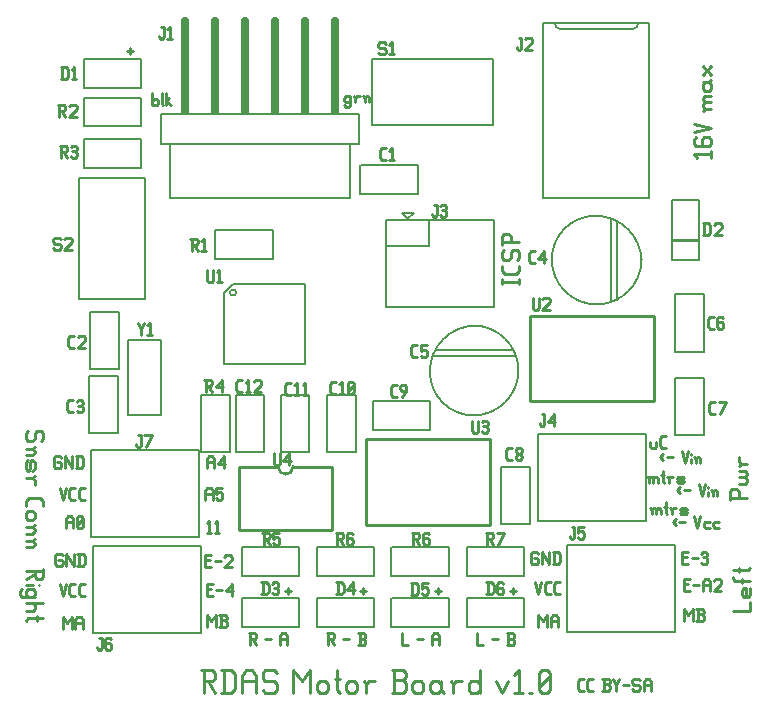
<source format=gbr>
G04 start of page 13 for group -4079 idx -4079 *
G04 Title: (unknown), topsilk *
G04 Creator: pcb 20140316 *
G04 CreationDate: Wed Jul  8 14:59:58 2015 UTC *
G04 For: frankenteddy *
G04 Format: Gerber/RS-274X *
G04 PCB-Dimensions (mil): 3270.00 2515.00 *
G04 PCB-Coordinate-Origin: lower left *
%MOIN*%
%FSLAX25Y25*%
%LNTOPSILK*%
%ADD74C,0.0250*%
%ADD73C,0.0080*%
%ADD72C,0.0100*%
%ADD71C,0.0060*%
G54D71*X177100Y163100D02*Y171500D01*
X177000Y171600D01*
X162800Y163100D02*X177100D01*
X168100Y174100D02*X172000D01*
Y174000D01*
X169900Y171900D01*
Y172400D01*
X168200Y174100D01*
G54D72*X84800Y214010D02*Y210050D01*
Y210545D02*X85295Y210050D01*
X86285D01*
X86780Y210545D01*
Y211535D02*Y210545D01*
X86285Y212030D02*X86780Y211535D01*
X85295Y212030D02*X86285D01*
X84800Y211535D02*X85295Y212030D01*
X87968Y214010D02*Y210545D01*
X88463Y210050D01*
X89453Y214010D02*Y210050D01*
Y211535D02*X90938Y210050D01*
X89453Y211535D02*X90443Y212525D01*
X150385Y212930D02*X150880Y212435D01*
X149395Y212930D02*X150385D01*
X148900Y212435D02*X149395Y212930D01*
X148900Y212435D02*Y211445D01*
X149395Y210950D01*
X150385D01*
X150880Y211445D01*
X148900Y209960D02*X149395Y209465D01*
X150385D01*
X150880Y209960D01*
Y212930D02*Y209960D01*
X152563Y212435D02*Y210950D01*
Y212435D02*X153058Y212930D01*
X154048D01*
X152068D02*X152563Y212435D01*
X155731D02*Y210950D01*
Y212435D02*X156226Y212930D01*
X156721D01*
X157216Y212435D01*
Y210950D01*
X155236Y212930D02*X155731Y212435D01*
X76500Y228030D02*X78480D01*
X77490Y229020D02*Y227040D01*
X266574Y192500D02*X265430Y193644D01*
X271150D01*
Y194645D02*Y192500D01*
X265430Y198506D02*X266145Y199221D01*
X265430Y198506D02*Y197076D01*
X266145Y196361D02*X265430Y197076D01*
X266145Y196361D02*X270435D01*
X271150Y197076D01*
X268004Y198506D02*X268719Y199221D01*
X268004Y198506D02*Y196361D01*
X271150Y198506D02*Y197076D01*
Y198506D02*X270435Y199221D01*
X268719D02*X270435D01*
X265430Y200937D02*X271150Y202367D01*
X265430Y203797D01*
X269005Y208802D02*X271150D01*
X269005D02*X268290Y209517D01*
Y210232D02*Y209517D01*
Y210232D02*X269005Y210947D01*
X271150D01*
X269005D02*X268290Y211662D01*
Y212377D02*Y211662D01*
Y212377D02*X269005Y213092D01*
X271150D01*
X268290Y208087D02*X269005Y208802D01*
X268290Y216953D02*X269005Y217668D01*
X268290Y216953D02*Y215523D01*
X269005Y214808D02*X268290Y215523D01*
X269005Y214808D02*X270435D01*
X271150Y215523D01*
X268290Y217668D02*X270435D01*
X271150Y218383D01*
Y216953D02*Y215523D01*
Y216953D02*X270435Y217668D01*
X268290Y220099D02*X271150Y222959D01*
Y220099D02*X268290Y222959D01*
X250900Y97630D02*Y96145D01*
X251395Y95650D01*
X252385D01*
X252880Y96145D01*
Y97630D02*Y96145D01*
X254761Y95650D02*X256048D01*
X254068Y96343D02*X254761Y95650D01*
X254068Y98917D02*Y96343D01*
Y98917D02*X254761Y99610D01*
X256048D01*
X250395Y85635D02*Y84150D01*
Y85635D02*X250890Y86130D01*
X251385D01*
X251880Y85635D01*
Y84150D01*
Y85635D02*X252375Y86130D01*
X252870D01*
X253365Y85635D01*
Y84150D01*
X249900Y86130D02*X250395Y85635D01*
X255048Y88110D02*Y84645D01*
X255543Y84150D01*
X254553Y86625D02*X255543D01*
X257028Y85635D02*Y84150D01*
Y85635D02*X257523Y86130D01*
X258513D01*
X256533D02*X257028Y85635D01*
X260196Y84150D02*X261681D01*
X262176Y84645D01*
X261681Y85140D02*X262176Y84645D01*
X260196Y85140D02*X261681D01*
X259701Y85635D02*X260196Y85140D01*
X259701Y85635D02*X260196Y86130D01*
X261681D01*
X262176Y85635D01*
X259701Y84645D02*X260196Y84150D01*
X251395Y75135D02*Y73650D01*
Y75135D02*X251890Y75630D01*
X252385D01*
X252880Y75135D01*
Y73650D01*
Y75135D02*X253375Y75630D01*
X253870D01*
X254365Y75135D01*
Y73650D01*
X250900Y75630D02*X251395Y75135D01*
X256048Y77610D02*Y74145D01*
X256543Y73650D01*
X255553Y76125D02*X256543D01*
X258028Y75135D02*Y73650D01*
Y75135D02*X258523Y75630D01*
X259513D01*
X257533D02*X258028Y75135D01*
X261196Y73650D02*X262681D01*
X263176Y74145D01*
X262681Y74640D02*X263176Y74145D01*
X261196Y74640D02*X262681D01*
X260701Y75135D02*X261196Y74640D01*
X260701Y75135D02*X261196Y75630D01*
X262681D01*
X263176Y75135D01*
X260701Y74145D02*X261196Y73650D01*
X259900Y81630D02*X260890Y82620D01*
X259900Y81630D02*X260890Y80640D01*
X262078Y81630D02*X264058D01*
X267028Y83610D02*X268018Y79650D01*
X269008Y83610D01*
X270196Y82620D02*Y82521D01*
Y81135D02*Y79650D01*
X271681Y81135D02*Y79650D01*
Y81135D02*X272176Y81630D01*
X272671D01*
X273166Y81135D01*
Y79650D01*
X271186Y81630D02*X271681Y81135D01*
X254182Y92630D02*X255172Y93620D01*
X254182Y92630D02*X255172Y91640D01*
X256360Y92630D02*X258340D01*
X261310Y94610D02*X262300Y90650D01*
X263290Y94610D01*
X264478Y93620D02*Y93521D01*
Y92135D02*Y90650D01*
X265963Y92135D02*Y90650D01*
Y92135D02*X266458Y92630D01*
X266953D01*
X267448Y92135D01*
Y90650D01*
X265468Y92630D02*X265963Y92135D01*
X277430Y79215D02*X283150D01*
X277430Y81360D02*Y78500D01*
Y81360D02*X278145Y82075D01*
X279575D01*
X280290Y81360D02*X279575Y82075D01*
X280290Y81360D02*Y79215D01*
Y83791D02*X282435D01*
X283150Y84506D01*
Y85221D02*Y84506D01*
Y85221D02*X282435Y85936D01*
X280290D02*X282435D01*
X283150Y86651D01*
Y87366D02*Y86651D01*
Y87366D02*X282435Y88081D01*
X280290D02*X282435D01*
X281005Y90512D02*X283150D01*
X281005D02*X280290Y91227D01*
Y92657D02*Y91227D01*
Y89797D02*X281005Y90512D01*
X258400Y71130D02*X259390Y72120D01*
X258400Y71130D02*X259390Y70140D01*
X260578Y71130D02*X262558D01*
X265528Y73110D02*X266518Y69150D01*
X267508Y73110D01*
X269191Y71130D02*X270676D01*
X268696Y70635D02*X269191Y71130D01*
X268696Y70635D02*Y69645D01*
X269191Y69150D01*
X270676D01*
X272359Y71130D02*X273844D01*
X271864Y70635D02*X272359Y71130D01*
X271864Y70635D02*Y69645D01*
X272359Y69150D01*
X273844D01*
X262000Y42010D02*Y38050D01*
Y42010D02*X263485Y40030D01*
X264970Y42010D01*
Y38050D01*
X266158D02*X268138D01*
X268633Y38545D01*
Y39733D02*Y38545D01*
X268138Y40228D02*X268633Y39733D01*
X266653Y40228D02*X268138D01*
X266653Y42010D02*Y38050D01*
X266158Y42010D02*X268138D01*
X268633Y41515D01*
Y40723D01*
X268138Y40228D02*X268633Y40723D01*
X278430Y41500D02*X284150D01*
Y44360D02*Y41500D01*
Y48936D02*Y46791D01*
X283435Y46076D02*X284150Y46791D01*
X282005Y46076D02*X283435D01*
X282005D02*X281290Y46791D01*
Y48221D02*Y46791D01*
Y48221D02*X282005Y48936D01*
X282720D02*Y46076D01*
X282005Y48936D02*X282720D01*
X279145Y51367D02*X284150D01*
X279145D02*X278430Y52082D01*
Y52797D02*Y52082D01*
X281290D02*Y50652D01*
X278430Y54942D02*X283435D01*
X284150Y55657D01*
X280575D02*Y54227D01*
X262000Y50228D02*X263485D01*
X262000Y48050D02*X263980D01*
X262000Y52010D02*Y48050D01*
Y52010D02*X263980D01*
X265168Y50030D02*X267148D01*
X268336Y51020D02*Y48050D01*
Y51020D02*X269029Y52010D01*
X270118D01*
X270811Y51020D01*
Y48050D01*
X268336Y50030D02*X270811D01*
X271999Y51515D02*X272494Y52010D01*
X273979D01*
X274474Y51515D01*
Y50525D01*
X271999Y48050D02*X274474Y50525D01*
X271999Y48050D02*X274474D01*
X212500Y51010D02*X213490Y47050D01*
X214480Y51010D01*
X216361Y47050D02*X217648D01*
X215668Y47743D02*X216361Y47050D01*
X215668Y50317D02*Y47743D01*
Y50317D02*X216361Y51010D01*
X217648D01*
X219529Y47050D02*X220816D01*
X218836Y47743D02*X219529Y47050D01*
X218836Y50317D02*Y47743D01*
Y50317D02*X219529Y51010D01*
X220816D01*
X227300Y14800D02*X228600D01*
X226600Y15500D02*X227300Y14800D01*
X226600Y18100D02*Y15500D01*
Y18100D02*X227300Y18800D01*
X228600D01*
X230500Y14800D02*X231800D01*
X229800Y15500D02*X230500Y14800D01*
X229800Y18100D02*Y15500D01*
Y18100D02*X230500Y18800D01*
X231800D01*
X234800Y14800D02*X236800D01*
X237300Y15300D01*
Y16500D02*Y15300D01*
X236800Y17000D02*X237300Y16500D01*
X235300Y17000D02*X236800D01*
X235300Y18800D02*Y14800D01*
X234800Y18800D02*X236800D01*
X237300Y18300D01*
Y17500D01*
X236800Y17000D02*X237300Y17500D01*
X238500Y18800D02*X239500Y16800D01*
X240500Y18800D01*
X239500Y16800D02*Y14800D01*
X241700Y16800D02*X243700D01*
X246900Y18800D02*X247400Y18300D01*
X245400Y18800D02*X246900D01*
X244900Y18300D02*X245400Y18800D01*
X244900Y18300D02*Y17300D01*
X245400Y16800D01*
X246900D01*
X247400Y16300D01*
Y15300D01*
X246900Y14800D02*X247400Y15300D01*
X245400Y14800D02*X246900D01*
X244900Y15300D02*X245400Y14800D01*
X248600Y17800D02*Y14800D01*
Y17800D02*X249300Y18800D01*
X250400D01*
X251100Y17800D01*
Y14800D01*
X248600Y16800D02*X251100D01*
X261500Y59228D02*X262985D01*
X261500Y57050D02*X263480D01*
X261500Y61010D02*Y57050D01*
Y61010D02*X263480D01*
X264668Y59030D02*X266648D01*
X267836Y60515D02*X268331Y61010D01*
X269321D01*
X269816Y60515D01*
X269321Y57050D02*X269816Y57545D01*
X268331Y57050D02*X269321D01*
X267836Y57545D02*X268331Y57050D01*
Y59228D02*X269321D01*
X269816Y60515D02*Y59723D01*
Y58733D02*Y57545D01*
Y58733D02*X269321Y59228D01*
X269816Y59723D02*X269321Y59228D01*
X212980Y61010D02*X213475Y60515D01*
X211495Y61010D02*X212980D01*
X211000Y60515D02*X211495Y61010D01*
X211000Y60515D02*Y57545D01*
X211495Y57050D01*
X212980D01*
X213475Y57545D01*
Y58535D02*Y57545D01*
X212980Y59030D02*X213475Y58535D01*
X211990Y59030D02*X212980D01*
X214663Y61010D02*Y57050D01*
Y61010D02*X217138Y57050D01*
Y61010D02*Y57050D01*
X218821Y61010D02*Y57050D01*
X220108Y61010D02*X220801Y60317D01*
Y57743D01*
X220108Y57050D02*X220801Y57743D01*
X218326Y57050D02*X220108D01*
X218326Y61010D02*X220108D01*
X179050Y47980D02*X181030D01*
X180040Y48970D02*Y46990D01*
X204050Y47980D02*X206030D01*
X205040Y48970D02*Y46990D01*
X168050Y33960D02*Y30000D01*
X170030D01*
X173000Y31980D02*X174980D01*
X177950Y32970D02*Y30000D01*
Y32970D02*X178643Y33960D01*
X179732D01*
X180425Y32970D01*
Y30000D01*
X177950Y31980D02*X180425D01*
X193050Y33960D02*Y30000D01*
X195030D01*
X198000Y31980D02*X199980D01*
X202950Y30000D02*X204930D01*
X205425Y30495D01*
Y31683D02*Y30495D01*
X204930Y32178D02*X205425Y31683D01*
X203445Y32178D02*X204930D01*
X203445Y33960D02*Y30000D01*
X202950Y33960D02*X204930D01*
X205425Y33465D01*
Y32673D01*
X204930Y32178D02*X205425Y32673D01*
X213500Y40010D02*Y36050D01*
Y40010D02*X214985Y38030D01*
X216470Y40010D01*
Y36050D01*
X217658Y39020D02*Y36050D01*
Y39020D02*X218351Y40010D01*
X219440D01*
X220133Y39020D01*
Y36050D01*
X217658Y38030D02*X220133D01*
X201430Y151930D02*Y150500D01*
Y151215D02*X207150D01*
Y151930D02*Y150500D01*
Y156506D02*Y154647D01*
X206149Y153646D02*X207150Y154647D01*
X202431Y153646D02*X206149D01*
X202431D02*X201430Y154647D01*
Y156506D02*Y154647D01*
Y161082D02*X202145Y161797D01*
X201430Y161082D02*Y158937D01*
X202145Y158222D02*X201430Y158937D01*
X202145Y158222D02*X203575D01*
X204290Y158937D01*
Y161082D02*Y158937D01*
Y161082D02*X205005Y161797D01*
X206435D01*
X207150Y161082D02*X206435Y161797D01*
X207150Y161082D02*Y158937D01*
X206435Y158222D02*X207150Y158937D01*
X201430Y164228D02*X207150D01*
X201430Y166373D02*Y163513D01*
Y166373D02*X202145Y167088D01*
X203575D01*
X204290Y166373D02*X203575Y167088D01*
X204290Y166373D02*Y164228D01*
X103000Y70718D02*X103792Y71510D01*
Y67550D01*
X103000D02*X104485D01*
X105673Y70718D02*X106465Y71510D01*
Y67550D01*
X105673D02*X107158D01*
X102500Y81520D02*Y78550D01*
Y81520D02*X103193Y82510D01*
X104282D01*
X104975Y81520D01*
Y78550D01*
X102500Y80530D02*X104975D01*
X106163Y82510D02*X108143D01*
X106163D02*Y80530D01*
X106658Y81025D01*
X107648D01*
X108143Y80530D01*
Y79045D01*
X107648Y78550D02*X108143Y79045D01*
X106658Y78550D02*X107648D01*
X106163Y79045D02*X106658Y78550D01*
X53980Y93010D02*X54475Y92515D01*
X52495Y93010D02*X53980D01*
X52000Y92515D02*X52495Y93010D01*
X52000Y92515D02*Y89545D01*
X52495Y89050D01*
X53980D01*
X54475Y89545D01*
Y90535D02*Y89545D01*
X53980Y91030D02*X54475Y90535D01*
X52990Y91030D02*X53980D01*
X55663Y93010D02*Y89050D01*
Y93010D02*X58138Y89050D01*
Y93010D02*Y89050D01*
X59821Y93010D02*Y89050D01*
X61108Y93010D02*X61801Y92317D01*
Y89743D01*
X61108Y89050D02*X61801Y89743D01*
X59326Y89050D02*X61108D01*
X59326Y93010D02*X61108D01*
X103000Y92020D02*Y89050D01*
Y92020D02*X103693Y93010D01*
X104782D01*
X105475Y92020D01*
Y89050D01*
X103000Y91030D02*X105475D01*
X106663Y90535D02*X108643Y93010D01*
X106663Y90535D02*X109138D01*
X108643Y93010D02*Y89050D01*
X54000Y82510D02*X54990Y78550D01*
X55980Y82510D01*
X57861Y78550D02*X59148D01*
X57168Y79243D02*X57861Y78550D01*
X57168Y81817D02*Y79243D01*
Y81817D02*X57861Y82510D01*
X59148D01*
X61029Y78550D02*X62316D01*
X60336Y79243D02*X61029Y78550D01*
X60336Y81817D02*Y79243D01*
Y81817D02*X61029Y82510D01*
X62316D01*
X56000Y72020D02*Y69050D01*
Y72020D02*X56693Y73010D01*
X57782D01*
X58475Y72020D01*
Y69050D01*
X56000Y71030D02*X58475D01*
X59663Y69545D02*X60158Y69050D01*
X59663Y72515D02*Y69545D01*
Y72515D02*X60158Y73010D01*
X61148D01*
X61643Y72515D01*
Y69545D01*
X61148Y69050D02*X61643Y69545D01*
X60158Y69050D02*X61148D01*
X59663Y70040D02*X61643Y72020D01*
X54000Y50510D02*X54990Y46550D01*
X55980Y50510D01*
X57861Y46550D02*X59148D01*
X57168Y47243D02*X57861Y46550D01*
X57168Y49817D02*Y47243D01*
Y49817D02*X57861Y50510D01*
X59148D01*
X61029Y46550D02*X62316D01*
X60336Y47243D02*X61029Y46550D01*
X60336Y49817D02*Y47243D01*
Y49817D02*X61029Y50510D01*
X62316D01*
X54480Y60510D02*X54975Y60015D01*
X52995Y60510D02*X54480D01*
X52500Y60015D02*X52995Y60510D01*
X52500Y60015D02*Y57045D01*
X52995Y56550D01*
X54480D01*
X54975Y57045D01*
Y58035D02*Y57045D01*
X54480Y58530D02*X54975Y58035D01*
X53490Y58530D02*X54480D01*
X56163Y60510D02*Y56550D01*
Y60510D02*X58638Y56550D01*
Y60510D02*Y56550D01*
X60321Y60510D02*Y56550D01*
X61608Y60510D02*X62301Y59817D01*
Y57243D01*
X61608Y56550D02*X62301Y57243D01*
X59826Y56550D02*X61608D01*
X59826Y60510D02*X61608D01*
X55000Y39510D02*Y35550D01*
Y39510D02*X56485Y37530D01*
X57970Y39510D01*
Y35550D01*
X59158Y38520D02*Y35550D01*
Y38520D02*X59851Y39510D01*
X60940D01*
X61633Y38520D01*
Y35550D01*
X59158Y37530D02*X61633D01*
X103000Y40010D02*Y36050D01*
Y40010D02*X104485Y38030D01*
X105970Y40010D01*
Y36050D01*
X107158D02*X109138D01*
X109633Y36545D01*
Y37733D02*Y36545D01*
X109138Y38228D02*X109633Y37733D01*
X107653Y38228D02*X109138D01*
X107653Y40010D02*Y36050D01*
X107158Y40010D02*X109138D01*
X109633Y39515D01*
Y38723D01*
X109138Y38228D02*X109633Y38723D01*
X103000Y48728D02*X104485D01*
X103000Y46550D02*X104980D01*
X103000Y50510D02*Y46550D01*
Y50510D02*X104980D01*
X106168Y48530D02*X108148D01*
X109336Y48035D02*X111316Y50510D01*
X109336Y48035D02*X111811D01*
X111316Y50510D02*Y46550D01*
X102500Y58228D02*X103985D01*
X102500Y56050D02*X104480D01*
X102500Y60010D02*Y56050D01*
Y60010D02*X104480D01*
X105668Y58030D02*X107648D01*
X108836Y59515D02*X109331Y60010D01*
X110816D01*
X111311Y59515D01*
Y58525D01*
X108836Y56050D02*X111311Y58525D01*
X108836Y56050D02*X111311D01*
X117050Y33960D02*X119030D01*
X119525Y33465D01*
Y32475D01*
X119030Y31980D02*X119525Y32475D01*
X117545Y31980D02*X119030D01*
X117545Y33960D02*Y30000D01*
X118337Y31980D02*X119525Y30000D01*
X122495Y31980D02*X124475D01*
X127445Y32970D02*Y30000D01*
Y32970D02*X128138Y33960D01*
X129227D01*
X129920Y32970D01*
Y30000D01*
X127445Y31980D02*X129920D01*
X129050Y47980D02*X131030D01*
X130040Y48970D02*Y46990D01*
X154050Y47980D02*X156030D01*
X155040Y48970D02*Y46990D01*
X143050Y33960D02*X145030D01*
X145525Y33465D01*
Y32475D01*
X145030Y31980D02*X145525Y32475D01*
X143545Y31980D02*X145030D01*
X143545Y33960D02*Y30000D01*
X144337Y31980D02*X145525Y30000D01*
X148495Y31980D02*X150475D01*
X153445Y30000D02*X155425D01*
X155920Y30495D01*
Y31683D02*Y30495D01*
X155425Y32178D02*X155920Y31683D01*
X153940Y32178D02*X155425D01*
X153940Y33960D02*Y30000D01*
X153445Y33960D02*X155425D01*
X155920Y33465D01*
Y32673D01*
X155425Y32178D02*X155920Y32673D01*
X101000Y21640D02*X104720D01*
X105650Y20710D01*
Y18850D01*
X104720Y17920D02*X105650Y18850D01*
X101930Y17920D02*X104720D01*
X101930Y21640D02*Y14200D01*
X103418Y17920D02*X105650Y14200D01*
X108812Y21640D02*Y14200D01*
X111230Y21640D02*X112532Y20338D01*
Y15502D01*
X111230Y14200D02*X112532Y15502D01*
X107882Y14200D02*X111230D01*
X107882Y21640D02*X111230D01*
X114764Y19780D02*Y14200D01*
Y19780D02*X116066Y21640D01*
X118112D01*
X119414Y19780D01*
Y14200D01*
X114764Y17920D02*X119414D01*
X125366Y21640D02*X126296Y20710D01*
X122576Y21640D02*X125366D01*
X121646Y20710D02*X122576Y21640D01*
X121646Y20710D02*Y18850D01*
X122576Y17920D01*
X125366D01*
X126296Y16990D01*
Y15130D01*
X125366Y14200D02*X126296Y15130D01*
X122576Y14200D02*X125366D01*
X121646Y15130D02*X122576Y14200D01*
X131876Y21640D02*Y14200D01*
Y21640D02*X134666Y17920D01*
X137456Y21640D01*
Y14200D01*
X139688Y16990D02*Y15130D01*
Y16990D02*X140618Y17920D01*
X142478D01*
X143408Y16990D01*
Y15130D01*
X142478Y14200D02*X143408Y15130D01*
X140618Y14200D02*X142478D01*
X139688Y15130D02*X140618Y14200D01*
X146570Y21640D02*Y15130D01*
X147500Y14200D01*
X145640Y18850D02*X147500D01*
X149360Y16990D02*Y15130D01*
Y16990D02*X150290Y17920D01*
X152150D01*
X153080Y16990D01*
Y15130D01*
X152150Y14200D02*X153080Y15130D01*
X150290Y14200D02*X152150D01*
X149360Y15130D02*X150290Y14200D01*
X156242Y16990D02*Y14200D01*
Y16990D02*X157172Y17920D01*
X159032D01*
X155312D02*X156242Y16990D01*
X164612Y14200D02*X168332D01*
X169262Y15130D01*
Y17362D02*Y15130D01*
X168332Y18292D02*X169262Y17362D01*
X165542Y18292D02*X168332D01*
X165542Y21640D02*Y14200D01*
X164612Y21640D02*X168332D01*
X169262Y20710D01*
Y19222D01*
X168332Y18292D02*X169262Y19222D01*
X171494Y16990D02*Y15130D01*
Y16990D02*X172424Y17920D01*
X174284D01*
X175214Y16990D01*
Y15130D01*
X174284Y14200D02*X175214Y15130D01*
X172424Y14200D02*X174284D01*
X171494Y15130D02*X172424Y14200D01*
X180236Y17920D02*X181166Y16990D01*
X178376Y17920D02*X180236D01*
X177446Y16990D02*X178376Y17920D01*
X177446Y16990D02*Y15130D01*
X178376Y14200D01*
X181166Y17920D02*Y15130D01*
X182096Y14200D01*
X178376D02*X180236D01*
X181166Y15130D01*
X185258Y16990D02*Y14200D01*
Y16990D02*X186188Y17920D01*
X188048D01*
X184328D02*X185258Y16990D01*
X194000Y21640D02*Y14200D01*
X193070D02*X194000Y15130D01*
X191210Y14200D02*X193070D01*
X190280Y15130D02*X191210Y14200D01*
X190280Y16990D02*Y15130D01*
Y16990D02*X191210Y17920D01*
X193070D01*
X194000Y16990D01*
X199580Y17920D02*X201440Y14200D01*
X203300Y17920D02*X201440Y14200D01*
X205532Y20152D02*X207020Y21640D01*
Y14200D01*
X205532D02*X208322D01*
X210554D02*X211484D01*
X213716Y15130D02*X214646Y14200D01*
X213716Y20710D02*Y15130D01*
Y20710D02*X214646Y21640D01*
X216506D01*
X217436Y20710D01*
Y15130D01*
X216506Y14200D02*X217436Y15130D01*
X214646Y14200D02*X216506D01*
X213716Y16060D02*X217436Y19780D01*
X48570Y55500D02*Y52640D01*
X47855Y51925D01*
X46425D02*X47855D01*
X45710Y52640D02*X46425Y51925D01*
X45710Y54785D02*Y52640D01*
X42850Y54785D02*X48570D01*
X45710Y53641D02*X42850Y51925D01*
X46997Y50209D02*X47140D01*
X42850D02*X44995D01*
X45710Y46634D02*X44995Y45919D01*
X45710Y48064D02*Y46634D01*
X44995Y48779D02*X45710Y48064D01*
X43565Y48779D02*X44995D01*
X43565D02*X42850Y48064D01*
Y46634D01*
X43565Y45919D01*
X41420Y48779D02*X40705Y48064D01*
Y46634D01*
X41420Y45919D01*
X45710D01*
X42850Y44203D02*X48570D01*
X44995D02*X45710Y43488D01*
Y42058D01*
X44995Y41343D01*
X42850D02*X44995D01*
X43565Y38912D02*X48570D01*
X43565D02*X42850Y38197D01*
X46425Y39627D02*Y38197D01*
X48488Y98640D02*X47773Y97925D01*
X48488Y100785D02*Y98640D01*
X47773Y101500D02*X48488Y100785D01*
X46343Y101500D02*X47773D01*
X46343D02*X45628Y100785D01*
Y98640D01*
X44913Y97925D01*
X43483D02*X44913D01*
X42768Y98640D02*X43483Y97925D01*
X42768Y100785D02*Y98640D01*
X43483Y101500D02*X42768Y100785D01*
Y95494D02*X44913D01*
X45628Y94779D01*
Y94064D01*
X44913Y93349D01*
X42768D02*X44913D01*
X45628Y96209D02*X44913Y95494D01*
X42768Y90918D02*Y88773D01*
X43483Y88058D01*
X44198Y88773D02*X43483Y88058D01*
X44198Y90918D02*Y88773D01*
X44913Y91633D02*X44198Y90918D01*
X44913Y91633D02*X45628Y90918D01*
Y88773D01*
X44913Y88058D01*
X43483Y91633D02*X42768Y90918D01*
Y85627D02*X44913D01*
X45628Y84912D01*
Y83482D01*
Y86342D02*X44913Y85627D01*
X42768Y78191D02*Y76332D01*
X43769Y79192D02*X42768Y78191D01*
X43769Y79192D02*X47487D01*
X48488Y78191D01*
Y76332D01*
X43483Y74616D02*X44913D01*
X45628Y73901D01*
Y72471D01*
X44913Y71756D01*
X43483D02*X44913D01*
X42768Y72471D02*X43483Y71756D01*
X42768Y73901D02*Y72471D01*
X43483Y74616D02*X42768Y73901D01*
Y69325D02*X44913D01*
X45628Y68610D01*
Y67895D01*
X44913Y67180D01*
X42768D02*X44913D01*
X45628Y70040D02*X44913Y69325D01*
X42768Y64749D02*X44913D01*
X45628Y64034D01*
Y63319D01*
X44913Y62604D01*
X42768D02*X44913D01*
X45628Y65464D02*X44913Y64749D01*
G54D71*X258072Y178450D02*Y158371D01*
X267127Y178450D02*Y158371D01*
X258072Y178450D02*X267127D01*
X258072Y164670D02*X267127D01*
X258072Y165064D02*X267127D01*
X258072Y158371D02*X267127D01*
X215012Y179119D02*X250445D01*
Y237386D02*Y179119D01*
X215012Y237386D02*X250445D01*
X215012D02*Y179119D01*
X220917Y235418D02*X244933D01*
Y235417D02*G75*G03X246902Y237386I0J1969D01*G01*
X218948D02*G75*G03X220917Y235417I1969J0D01*G01*
G54D73*X259050Y146950D02*Y127950D01*
Y146950D02*X268650D01*
Y127850D01*
X259050D02*X268650D01*
G54D71*X198393Y225304D02*Y203257D01*
X158235Y225304D02*X198393D01*
X158235D02*Y203257D01*
X198393D01*
G54D72*X210600Y111300D02*X252000D01*
Y139800D02*Y111300D01*
X210600Y139800D02*X252000D01*
X210600D02*Y111300D01*
G54D71*X237691Y172346D02*Y144393D01*
X239660Y171165D02*Y145181D01*
X218006Y158567D02*G75*G03X232967Y143606I14961J0D01*G01*
G75*G03X247928Y158567I0J14961D01*G01*
X247927Y157779D02*G75*G03X232573Y173133I-15354J0D01*G01*
Y173134D02*G75*G03X218006Y158567I0J-14567D01*G01*
X162700Y171600D02*Y142600D01*
Y171600D02*X198700D01*
Y142600D01*
X162700D02*X198700D01*
X87700Y207200D02*Y197200D01*
X90700D02*Y179200D01*
X150700D01*
X87700Y197200D02*X153700D01*
X87700Y207200D02*X153700D01*
G54D74*X95700Y208200D02*Y238200D01*
X105700Y208200D02*Y238200D01*
X115700Y208200D02*Y238200D01*
X125700Y208200D02*Y238200D01*
X135700Y208200D02*Y238200D01*
X145700Y208200D02*Y238200D01*
G54D71*X153700Y207200D02*Y197200D01*
X150700D02*Y179200D01*
G54D73*X105850Y158750D02*X124850D01*
X105850Y168350D02*Y158750D01*
Y168350D02*X124950D01*
Y158750D01*
X111771Y150429D02*X135629D01*
Y123671D01*
X108871D01*
Y147529D01*
X111771Y150429D01*
X110771Y147529D02*G75*G03X110771Y147529I1000J0D01*G01*
X154350Y190150D02*X173350D01*
Y180550D01*
X154250D02*X173350D01*
X154250Y190150D02*Y180550D01*
G54D71*X64500Y95000D02*Y66000D01*
Y95000D02*X100500D01*
Y66000D01*
X64500D02*X100500D01*
X65000Y63000D02*Y34000D01*
Y63000D02*X101000D01*
Y34000D01*
X65000D02*X101000D01*
X60496Y185693D02*X82543D01*
X60496D02*Y145535D01*
X82543D01*
Y185693D02*Y145535D01*
G54D73*X62250Y198750D02*X81250D01*
Y189150D01*
X62150D02*X81250D01*
X62150Y198750D02*Y189150D01*
X63800Y119700D02*Y100700D01*
Y119700D02*X73400D01*
Y100600D01*
X63800D02*X73400D01*
X64200Y141000D02*Y122000D01*
Y141000D02*X73800D01*
Y121900D01*
X64200D02*X73800D01*
G54D71*X76832Y131755D02*Y106558D01*
Y131755D02*X87856D01*
Y106558D01*
X76832D02*X87856D01*
G54D73*X62050Y225450D02*X81050D01*
Y215850D01*
X61950D02*X81050D01*
X61950Y225450D02*Y215850D01*
X62100Y212500D02*X81100D01*
Y202900D01*
X62000D02*X81100D01*
X62000Y212500D02*Y202900D01*
X259050Y119150D02*Y100150D01*
Y119150D02*X268650D01*
Y100050D01*
X259050D02*X268650D01*
G54D71*X249500Y100500D02*Y71500D01*
X213500D02*X249500D01*
X213500Y100500D02*Y71500D01*
Y100500D02*X249500D01*
X223000Y63500D02*Y34500D01*
Y63500D02*X259000D01*
Y34500D01*
X223000D02*X259000D01*
G54D73*X189800Y45700D02*X208800D01*
Y36100D01*
X189700D02*X208800D01*
X189700Y45700D02*Y36100D01*
G54D71*X178154Y126291D02*X206107D01*
X179335Y128260D02*X205319D01*
X191933Y106606D02*G75*G03X206894Y121567I0J14961D01*G01*
G75*G03X191933Y136528I-14961J0D01*G01*
X192721Y136527D02*G75*G03X177367Y121173I0J-15354D01*G01*
X177366D02*G75*G03X191933Y106606I14567J0D01*G01*
G54D73*X164600Y62700D02*X183600D01*
Y53100D01*
X164500D02*X183600D01*
X164500Y62700D02*Y53100D01*
X189750Y62750D02*X208750D01*
Y53150D01*
X189650D02*X208750D01*
X189650Y62750D02*Y53150D01*
X201250Y89550D02*Y70550D01*
Y89550D02*X210850D01*
Y70450D01*
X201250D02*X210850D01*
X158450Y101750D02*X177450D01*
X158450Y111350D02*Y101750D01*
Y111350D02*X177550D01*
Y101750D01*
X114750Y62750D02*X133750D01*
Y53150D01*
X114650D02*X133750D01*
X114650Y62750D02*Y53150D01*
X139750Y62750D02*X158750D01*
Y53150D01*
X139650D02*X158750D01*
X139650Y62750D02*Y53150D01*
X114800Y45700D02*X133800D01*
Y36100D01*
X114700D02*X133800D01*
X114700Y45700D02*Y36100D01*
X139800Y45700D02*X158800D01*
Y36100D01*
X139700D02*X158800D01*
X139700Y45700D02*Y36100D01*
X164650Y45650D02*X183650D01*
Y36050D01*
X164550D02*X183650D01*
X164550Y45650D02*Y36050D01*
G54D72*X156100Y98700D02*X197500D01*
X156100D02*Y70200D01*
X197500D01*
Y98700D02*Y70200D01*
G54D73*X122250Y113450D02*Y94450D01*
X112650D02*X122250D01*
X112650Y113550D02*Y94450D01*
Y113550D02*X122250D01*
X137250Y113250D02*Y94250D01*
X127650D02*X137250D01*
X127650Y113350D02*Y94250D01*
Y113350D02*X137250D01*
X152750Y113250D02*Y94250D01*
X143150D02*X152750D01*
X143150Y113350D02*Y94250D01*
Y113350D02*X152750D01*
G54D72*X113734Y89506D02*Y68294D01*
X144866D01*
Y89506D02*Y68294D01*
X113734Y89506D02*X126800D01*
X131800D02*X144866D01*
X126800D02*G75*G03X131800Y89506I2500J0D01*G01*
G54D73*X110750Y113450D02*Y94450D01*
X101150D02*X110750D01*
X101150Y113550D02*Y94450D01*
Y113550D02*X110750D01*
G54D72*X268901Y170597D02*Y166597D01*
X270201Y170597D02*X270901Y169897D01*
Y167297D01*
X270201Y166597D02*X270901Y167297D01*
X268401Y166597D02*X270201D01*
X268401Y170597D02*X270201D01*
X272101Y170097D02*X272601Y170597D01*
X274101D01*
X274601Y170097D01*
Y169097D01*
X272101Y166597D02*X274601Y169097D01*
X272101Y166597D02*X274601D01*
X270650Y135550D02*X271950D01*
X269950Y136250D02*X270650Y135550D01*
X269950Y138850D02*Y136250D01*
Y138850D02*X270650Y139550D01*
X271950D01*
X274650D02*X275150Y139050D01*
X273650Y139550D02*X274650D01*
X273150Y139050D02*X273650Y139550D01*
X273150Y139050D02*Y136050D01*
X273650Y135550D01*
X274650Y137750D02*X275150Y137250D01*
X273150Y137750D02*X274650D01*
X273650Y135550D02*X274650D01*
X275150Y136050D01*
Y137250D02*Y136050D01*
X171873Y125934D02*X173173D01*
X171173Y126634D02*X171873Y125934D01*
X171173Y129234D02*Y126634D01*
Y129234D02*X171873Y129934D01*
X173173D01*
X174373D02*X176373D01*
X174373D02*Y127934D01*
X174873Y128434D01*
X175873D01*
X176373Y127934D01*
Y126434D01*
X175873Y125934D02*X176373Y126434D01*
X174873Y125934D02*X175873D01*
X174373Y126434D02*X174873Y125934D01*
X207078Y232536D02*X207878D01*
Y229036D01*
X207378Y228536D02*X207878Y229036D01*
X206878Y228536D02*X207378D01*
X206378Y229036D02*X206878Y228536D01*
X206378Y229536D02*Y229036D01*
X209078Y232036D02*X209578Y232536D01*
X211078D01*
X211578Y232036D01*
Y231036D01*
X209078Y228536D02*X211578Y231036D01*
X209078Y228536D02*X211578D01*
X162186Y231007D02*X162686Y230507D01*
X160686Y231007D02*X162186D01*
X160186Y230507D02*X160686Y231007D01*
X160186Y230507D02*Y229507D01*
X160686Y229007D01*
X162186D01*
X162686Y228507D01*
Y227507D01*
X162186Y227007D02*X162686Y227507D01*
X160686Y227007D02*X162186D01*
X160186Y227507D02*X160686Y227007D01*
X163886Y230207D02*X164686Y231007D01*
Y227007D01*
X163886D02*X165386D01*
X211600Y145800D02*Y142300D01*
X212100Y141800D01*
X213100D01*
X213600Y142300D01*
Y145800D02*Y142300D01*
X214800Y145300D02*X215300Y145800D01*
X216800D01*
X217300Y145300D01*
Y144300D01*
X214800Y141800D02*X217300Y144300D01*
X214800Y141800D02*X217300D01*
X210973Y157234D02*X212273D01*
X210273Y157934D02*X210973Y157234D01*
X210273Y160534D02*Y157934D01*
Y160534D02*X210973Y161234D01*
X212273D01*
X213473Y158734D02*X215473Y161234D01*
X213473Y158734D02*X215973D01*
X215473Y161234D02*Y157234D01*
X178800Y176800D02*X179600D01*
Y173300D01*
X179100Y172800D02*X179600Y173300D01*
X178600Y172800D02*X179100D01*
X178100Y173300D02*X178600Y172800D01*
X178100Y173800D02*Y173300D01*
X180800Y176300D02*X181300Y176800D01*
X182300D01*
X182800Y176300D01*
X182300Y172800D02*X182800Y173300D01*
X181300Y172800D02*X182300D01*
X180800Y173300D02*X181300Y172800D01*
Y175000D02*X182300D01*
X182800Y176300D02*Y175500D01*
Y174500D02*Y173300D01*
Y174500D02*X182300Y175000D01*
X182800Y175500D02*X182300Y175000D01*
X161350Y191650D02*X162650D01*
X160650Y192350D02*X161350Y191650D01*
X160650Y194950D02*Y192350D01*
Y194950D02*X161350Y195650D01*
X162650D01*
X163850Y194850D02*X164650Y195650D01*
Y191650D01*
X163850D02*X165350D01*
X80200Y100000D02*X81000D01*
Y96500D01*
X80500Y96000D02*X81000Y96500D01*
X80000Y96000D02*X80500D01*
X79500Y96500D02*X80000Y96000D01*
X79500Y97000D02*Y96500D01*
X82700Y96000D02*X84700Y100000D01*
X82200D02*X84700D01*
X67200Y32500D02*X68000D01*
Y29000D01*
X67500Y28500D02*X68000Y29000D01*
X67000Y28500D02*X67500D01*
X66500Y29000D02*X67000Y28500D01*
X66500Y29500D02*Y29000D01*
X70700Y32500D02*X71200Y32000D01*
X69700Y32500D02*X70700D01*
X69200Y32000D02*X69700Y32500D01*
X69200Y32000D02*Y29000D01*
X69700Y28500D01*
X70700Y30700D02*X71200Y30200D01*
X69200Y30700D02*X70700D01*
X69700Y28500D02*X70700D01*
X71200Y29000D01*
Y30200D02*Y29000D01*
X80050Y137550D02*X81050Y135550D01*
X82050Y137550D01*
X81050Y135550D02*Y133550D01*
X83250Y136750D02*X84050Y137550D01*
Y133550D01*
X83250D02*X84750D01*
X53886Y165807D02*X54386Y165307D01*
X52386Y165807D02*X53886D01*
X51886Y165307D02*X52386Y165807D01*
X51886Y165307D02*Y164307D01*
X52386Y163807D01*
X53886D01*
X54386Y163307D01*
Y162307D01*
X53886Y161807D02*X54386Y162307D01*
X52386Y161807D02*X53886D01*
X51886Y162307D02*X52386Y161807D01*
X55586Y165307D02*X56086Y165807D01*
X57586D01*
X58086Y165307D01*
Y164307D01*
X55586Y161807D02*X58086Y164307D01*
X55586Y161807D02*X58086D01*
X54050Y196450D02*X56050D01*
X56550Y195950D01*
Y194950D01*
X56050Y194450D02*X56550Y194950D01*
X54550Y194450D02*X56050D01*
X54550Y196450D02*Y192450D01*
X55350Y194450D02*X56550Y192450D01*
X57750Y195950D02*X58250Y196450D01*
X59250D01*
X59750Y195950D01*
X59250Y192450D02*X59750Y192950D01*
X58250Y192450D02*X59250D01*
X57750Y192950D02*X58250Y192450D01*
Y194650D02*X59250D01*
X59750Y195950D02*Y195150D01*
Y194150D02*Y192950D01*
Y194150D02*X59250Y194650D01*
X59750Y195150D02*X59250Y194650D01*
X54850Y222650D02*Y218650D01*
X56150Y222650D02*X56850Y221950D01*
Y219350D01*
X56150Y218650D02*X56850Y219350D01*
X54350Y218650D02*X56150D01*
X54350Y222650D02*X56150D01*
X58050Y221850D02*X58850Y222650D01*
Y218650D01*
X58050D02*X59550D01*
X53400Y210200D02*X55400D01*
X55900Y209700D01*
Y208700D01*
X55400Y208200D02*X55900Y208700D01*
X53900Y208200D02*X55400D01*
X53900Y210200D02*Y206200D01*
X54700Y208200D02*X55900Y206200D01*
X57100Y209700D02*X57600Y210200D01*
X59100D01*
X59600Y209700D01*
Y208700D01*
X57100Y206200D02*X59600Y208700D01*
X57100Y206200D02*X59600D01*
X87900Y236200D02*X88700D01*
Y232700D01*
X88200Y232200D02*X88700Y232700D01*
X87700Y232200D02*X88200D01*
X87200Y232700D02*X87700Y232200D01*
X87200Y233200D02*Y232700D01*
X89900Y235400D02*X90700Y236200D01*
Y232200D01*
X89900D02*X91400D01*
X57200Y107600D02*X58500D01*
X56500Y108300D02*X57200Y107600D01*
X56500Y110900D02*Y108300D01*
Y110900D02*X57200Y111600D01*
X58500D01*
X59700Y111100D02*X60200Y111600D01*
X61200D01*
X61700Y111100D01*
X61200Y107600D02*X61700Y108100D01*
X60200Y107600D02*X61200D01*
X59700Y108100D02*X60200Y107600D01*
Y109800D02*X61200D01*
X61700Y111100D02*Y110300D01*
Y109300D02*Y108100D01*
Y109300D02*X61200Y109800D01*
X61700Y110300D02*X61200Y109800D01*
X57500Y129200D02*X58800D01*
X56800Y129900D02*X57500Y129200D01*
X56800Y132500D02*Y129900D01*
Y132500D02*X57500Y133200D01*
X58800D01*
X60000Y132700D02*X60500Y133200D01*
X62000D01*
X62500Y132700D01*
Y131700D01*
X60000Y129200D02*X62500Y131700D01*
X60000Y129200D02*X62500D01*
X97554Y165504D02*X99554D01*
X100054Y165004D01*
Y164004D01*
X99554Y163504D02*X100054Y164004D01*
X98054Y163504D02*X99554D01*
X98054Y165504D02*Y161504D01*
X98854Y163504D02*X100054Y161504D01*
X101254Y164704D02*X102054Y165504D01*
Y161504D01*
X101254D02*X102754D01*
X103250Y155050D02*Y151550D01*
X103750Y151050D01*
X104750D01*
X105250Y151550D01*
Y155050D02*Y151550D01*
X106450Y154250D02*X107250Y155050D01*
Y151050D01*
X106450D02*X107950D01*
X121550Y67450D02*X123550D01*
X124050Y66950D01*
Y65950D01*
X123550Y65450D02*X124050Y65950D01*
X122050Y65450D02*X123550D01*
X122050Y67450D02*Y63450D01*
X122850Y65450D02*X124050Y63450D01*
X125250Y67450D02*X127250D01*
X125250D02*Y65450D01*
X125750Y65950D01*
X126750D01*
X127250Y65450D01*
Y63950D01*
X126750Y63450D02*X127250Y63950D01*
X125750Y63450D02*X126750D01*
X125250Y63950D02*X125750Y63450D01*
X121600Y50900D02*Y46900D01*
X122900Y50900D02*X123600Y50200D01*
Y47600D01*
X122900Y46900D02*X123600Y47600D01*
X121100Y46900D02*X122900D01*
X121100Y50900D02*X122900D01*
X124800Y50400D02*X125300Y50900D01*
X126300D01*
X126800Y50400D01*
X126300Y46900D02*X126800Y47400D01*
X125300Y46900D02*X126300D01*
X124800Y47400D02*X125300Y46900D01*
Y49100D02*X126300D01*
X126800Y50400D02*Y49600D01*
Y48600D02*Y47400D01*
Y48600D02*X126300Y49100D01*
X126800Y49600D02*X126300Y49100D01*
X113550Y114250D02*X114850D01*
X112850Y114950D02*X113550Y114250D01*
X112850Y117550D02*Y114950D01*
Y117550D02*X113550Y118250D01*
X114850D01*
X116050Y117450D02*X116850Y118250D01*
Y114250D01*
X116050D02*X117550D01*
X118750Y117750D02*X119250Y118250D01*
X120750D01*
X121250Y117750D01*
Y116750D01*
X118750Y114250D02*X121250Y116750D01*
X118750Y114250D02*X121250D01*
X102250Y118450D02*X104250D01*
X104750Y117950D01*
Y116950D01*
X104250Y116450D02*X104750Y116950D01*
X102750Y116450D02*X104250D01*
X102750Y118450D02*Y114450D01*
X103550Y116450D02*X104750Y114450D01*
X105950Y115950D02*X107950Y118450D01*
X105950Y115950D02*X108450D01*
X107950Y118450D02*Y114450D01*
X271150Y106950D02*X272450D01*
X270450Y107650D02*X271150Y106950D01*
X270450Y110250D02*Y107650D01*
Y110250D02*X271150Y110950D01*
X272450D01*
X274150Y106950D02*X276150Y110950D01*
X273650D02*X276150D01*
X214700Y107000D02*X215500D01*
Y103500D01*
X215000Y103000D02*X215500Y103500D01*
X214500Y103000D02*X215000D01*
X214000Y103500D02*X214500Y103000D01*
X214000Y104000D02*Y103500D01*
X216700Y104500D02*X218700Y107000D01*
X216700Y104500D02*X219200D01*
X218700Y107000D02*Y103000D01*
X224700Y69500D02*X225500D01*
Y66000D01*
X225000Y65500D02*X225500Y66000D01*
X224500Y65500D02*X225000D01*
X224000Y66000D02*X224500Y65500D01*
X224000Y66500D02*Y66000D01*
X226700Y69500D02*X228700D01*
X226700D02*Y67500D01*
X227200Y68000D01*
X228200D01*
X228700Y67500D01*
Y66000D01*
X228200Y65500D02*X228700Y66000D01*
X227200Y65500D02*X228200D01*
X226700Y66000D02*X227200Y65500D01*
X196050Y67450D02*X198050D01*
X198550Y66950D01*
Y65950D01*
X198050Y65450D02*X198550Y65950D01*
X196550Y65450D02*X198050D01*
X196550Y67450D02*Y63450D01*
X197350Y65450D02*X198550Y63450D01*
X200250D02*X202250Y67450D01*
X199750D02*X202250D01*
X196600Y50900D02*Y46900D01*
X197900Y50900D02*X198600Y50200D01*
Y47600D01*
X197900Y46900D02*X198600Y47600D01*
X196100Y46900D02*X197900D01*
X196100Y50900D02*X197900D01*
X201300D02*X201800Y50400D01*
X200300Y50900D02*X201300D01*
X199800Y50400D02*X200300Y50900D01*
X199800Y50400D02*Y47400D01*
X200300Y46900D01*
X201300Y49100D02*X201800Y48600D01*
X199800Y49100D02*X201300D01*
X200300Y46900D02*X201300D01*
X201800Y47400D01*
Y48600D02*Y47400D01*
X146050Y67450D02*X148050D01*
X148550Y66950D01*
Y65950D01*
X148050Y65450D02*X148550Y65950D01*
X146550Y65450D02*X148050D01*
X146550Y67450D02*Y63450D01*
X147350Y65450D02*X148550Y63450D01*
X151250Y67450D02*X151750Y66950D01*
X150250Y67450D02*X151250D01*
X149750Y66950D02*X150250Y67450D01*
X149750Y66950D02*Y63950D01*
X150250Y63450D01*
X151250Y65650D02*X151750Y65150D01*
X149750Y65650D02*X151250D01*
X150250Y63450D02*X151250D01*
X151750Y63950D01*
Y65150D02*Y63950D01*
X171400Y67400D02*X173400D01*
X173900Y66900D01*
Y65900D01*
X173400Y65400D02*X173900Y65900D01*
X171900Y65400D02*X173400D01*
X171900Y67400D02*Y63400D01*
X172700Y65400D02*X173900Y63400D01*
X176600Y67400D02*X177100Y66900D01*
X175600Y67400D02*X176600D01*
X175100Y66900D02*X175600Y67400D01*
X175100Y66900D02*Y63900D01*
X175600Y63400D01*
X176600Y65600D02*X177100Y65100D01*
X175100Y65600D02*X176600D01*
X175600Y63400D02*X176600D01*
X177100Y63900D01*
Y65100D02*Y63900D01*
X146600Y50900D02*Y46900D01*
X147900Y50900D02*X148600Y50200D01*
Y47600D01*
X147900Y46900D02*X148600Y47600D01*
X146100Y46900D02*X147900D01*
X146100Y50900D02*X147900D01*
X149800Y48400D02*X151800Y50900D01*
X149800Y48400D02*X152300D01*
X151800Y50900D02*Y46900D01*
X171450Y50850D02*Y46850D01*
X172750Y50850D02*X173450Y50150D01*
Y47550D01*
X172750Y46850D02*X173450Y47550D01*
X170950Y46850D02*X172750D01*
X170950Y50850D02*X172750D01*
X174650D02*X176650D01*
X174650D02*Y48850D01*
X175150Y49350D01*
X176150D01*
X176650Y48850D01*
Y47350D01*
X176150Y46850D02*X176650Y47350D01*
X175150Y46850D02*X176150D01*
X174650Y47350D02*X175150Y46850D01*
X191500Y104800D02*Y101300D01*
X192000Y100800D01*
X193000D01*
X193500Y101300D01*
Y104800D02*Y101300D01*
X194700Y104300D02*X195200Y104800D01*
X196200D01*
X196700Y104300D01*
X196200Y100800D02*X196700Y101300D01*
X195200Y100800D02*X196200D01*
X194700Y101300D02*X195200Y100800D01*
Y103000D02*X196200D01*
X196700Y104300D02*Y103500D01*
Y102500D02*Y101300D01*
Y102500D02*X196200Y103000D01*
X196700Y103500D02*X196200Y103000D01*
X165050Y112750D02*X166350D01*
X164350Y113450D02*X165050Y112750D01*
X164350Y116050D02*Y113450D01*
Y116050D02*X165050Y116750D01*
X166350D01*
X168050Y112750D02*X169550Y114750D01*
Y116250D02*Y114750D01*
X169050Y116750D02*X169550Y116250D01*
X168050Y116750D02*X169050D01*
X167550Y116250D02*X168050Y116750D01*
X167550Y116250D02*Y115250D01*
X168050Y114750D01*
X169550D01*
X129729Y113524D02*X131029D01*
X129029Y114224D02*X129729Y113524D01*
X129029Y116824D02*Y114224D01*
Y116824D02*X129729Y117524D01*
X131029D01*
X132229Y116724D02*X133029Y117524D01*
Y113524D01*
X132229D02*X133729D01*
X134929Y116724D02*X135729Y117524D01*
Y113524D01*
X134929D02*X136429D01*
X144750Y113750D02*X146050D01*
X144050Y114450D02*X144750Y113750D01*
X144050Y117050D02*Y114450D01*
Y117050D02*X144750Y117750D01*
X146050D01*
X147250Y116950D02*X148050Y117750D01*
Y113750D01*
X147250D02*X148750D01*
X149950Y114250D02*X150450Y113750D01*
X149950Y117250D02*Y114250D01*
Y117250D02*X150450Y117750D01*
X151450D01*
X151950Y117250D01*
Y114250D01*
X151450Y113750D02*X151950Y114250D01*
X150450Y113750D02*X151450D01*
X149950Y114750D02*X151950Y116750D01*
X203550Y91750D02*X204850D01*
X202850Y92450D02*X203550Y91750D01*
X202850Y95050D02*Y92450D01*
Y95050D02*X203550Y95750D01*
X204850D01*
X206050Y92250D02*X206550Y91750D01*
X206050Y93050D02*Y92250D01*
Y93050D02*X206750Y93750D01*
X207350D01*
X208050Y93050D01*
Y92250D01*
X207550Y91750D02*X208050Y92250D01*
X206550Y91750D02*X207550D01*
X206050Y94450D02*X206750Y93750D01*
X206050Y95250D02*Y94450D01*
Y95250D02*X206550Y95750D01*
X207550D01*
X208050Y95250D01*
Y94450D01*
X207350Y93750D02*X208050Y94450D01*
X125300Y93900D02*Y90400D01*
X125800Y89900D01*
X126800D01*
X127300Y90400D01*
Y93900D02*Y90400D01*
X128500Y91400D02*X130500Y93900D01*
X128500Y91400D02*X131000D01*
X130500Y93900D02*Y89900D01*
M02*

</source>
